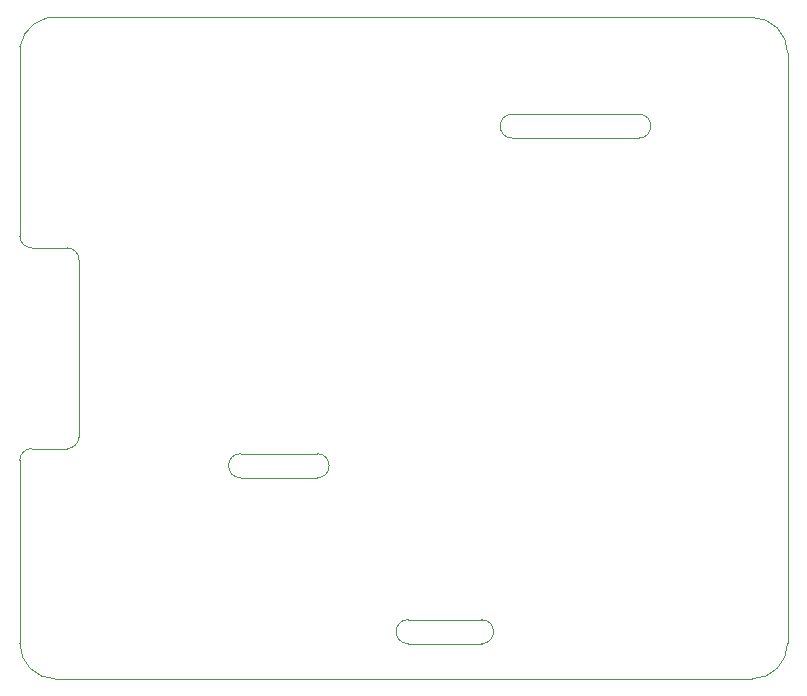
<source format=gbr>
G04 #@! TF.GenerationSoftware,KiCad,Pcbnew,(5.1.4)-1*
G04 #@! TF.CreationDate,2020-04-28T19:45:40+02:00*
G04 #@! TF.ProjectId,debounce_shield,6465626f-756e-4636-955f-736869656c64,rev?*
G04 #@! TF.SameCoordinates,Original*
G04 #@! TF.FileFunction,Profile,NP*
%FSLAX46Y46*%
G04 Gerber Fmt 4.6, Leading zero omitted, Abs format (unit mm)*
G04 Created by KiCad (PCBNEW (5.1.4)-1) date 2020-04-28 19:45:40*
%MOMM*%
%LPD*%
G04 APERTURE LIST*
%ADD10C,0.100000*%
G04 APERTURE END LIST*
D10*
X130400000Y-125604000D02*
G75*
G02X130400000Y-123572000I0J1016000D01*
G01*
X136600000Y-125604000D02*
X130400000Y-125600000D01*
X136600000Y-123572000D02*
X130400000Y-123572000D01*
X136600000Y-123572000D02*
G75*
G02X136600000Y-125604000I0J-1016000D01*
G01*
X149910800Y-80772000D02*
G75*
G02X149910800Y-82804000I0J-1016000D01*
G01*
X149910800Y-80772000D02*
X139200000Y-80772000D01*
X149910800Y-82804000D02*
X139200000Y-82804000D01*
X139200000Y-82804000D02*
G75*
G02X139200000Y-80772000I0J1016000D01*
G01*
X116200000Y-111556800D02*
G75*
G02X116200000Y-109524800I0J1016000D01*
G01*
X122682000Y-109524800D02*
X116200000Y-109524800D01*
X122682000Y-109524800D02*
G75*
G02X122682000Y-111556800I0J-1016000D01*
G01*
X116200000Y-111556800D02*
X122682000Y-111556800D01*
X162510600Y-75585200D02*
G75*
G03X159510600Y-72585200I-3000000J0D01*
G01*
X101010600Y-72585200D02*
X159510600Y-72585200D01*
X101010600Y-72585200D02*
G75*
G03X97510600Y-75085200I-500000J-3000000D01*
G01*
X98510600Y-109085200D02*
G75*
G03X97510600Y-110085200I0J-1000000D01*
G01*
X101510600Y-109085200D02*
G75*
G03X102510600Y-108085200I0J1000000D01*
G01*
X102510600Y-93085200D02*
G75*
G03X101510600Y-92085200I-1000000J0D01*
G01*
X97510600Y-91085200D02*
G75*
G03X98510600Y-92085200I1000000J0D01*
G01*
X159510600Y-128585200D02*
G75*
G03X162510600Y-125585200I0J3000000D01*
G01*
X97510600Y-125585200D02*
G75*
G03X100510600Y-128585200I3000000J0D01*
G01*
X97510600Y-110085200D02*
X97510600Y-125585200D01*
X97510600Y-75085200D02*
X97510600Y-91085200D01*
X98510600Y-109085200D02*
X101510600Y-109085200D01*
X98510600Y-92085200D02*
X101510600Y-92085200D01*
X102510600Y-93085200D02*
X102510600Y-108085200D01*
X100510600Y-128585200D02*
X159510600Y-128585200D01*
X162510600Y-75585200D02*
X162510600Y-125585200D01*
M02*

</source>
